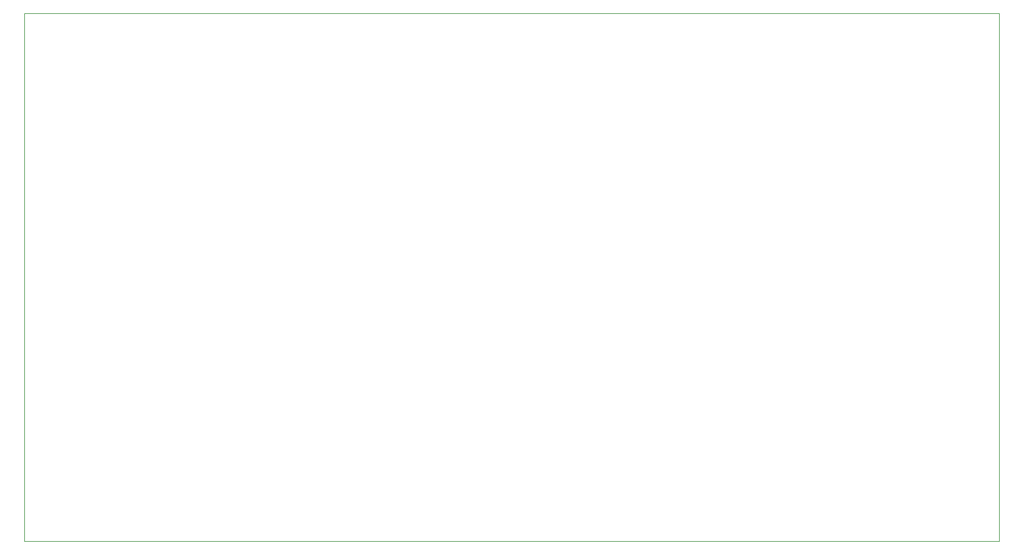
<source format=gbr>
%TF.GenerationSoftware,KiCad,Pcbnew,(5.1.9)-1*%
%TF.CreationDate,2021-02-02T18:21:00+08:00*%
%TF.ProjectId,Overdrive,4f766572-6472-4697-9665-2e6b69636164,rev?*%
%TF.SameCoordinates,Original*%
%TF.FileFunction,Profile,NP*%
%FSLAX46Y46*%
G04 Gerber Fmt 4.6, Leading zero omitted, Abs format (unit mm)*
G04 Created by KiCad (PCBNEW (5.1.9)-1) date 2021-02-02 18:21:00*
%MOMM*%
%LPD*%
G01*
G04 APERTURE LIST*
%TA.AperFunction,Profile*%
%ADD10C,0.150000*%
%TD*%
G04 APERTURE END LIST*
D10*
X262000000Y-142000000D02*
X0Y-142000000D01*
X262000000Y0D02*
X262000000Y-142000000D01*
X0Y0D02*
X0Y-142000000D01*
X0Y0D02*
X262000000Y0D01*
M02*

</source>
